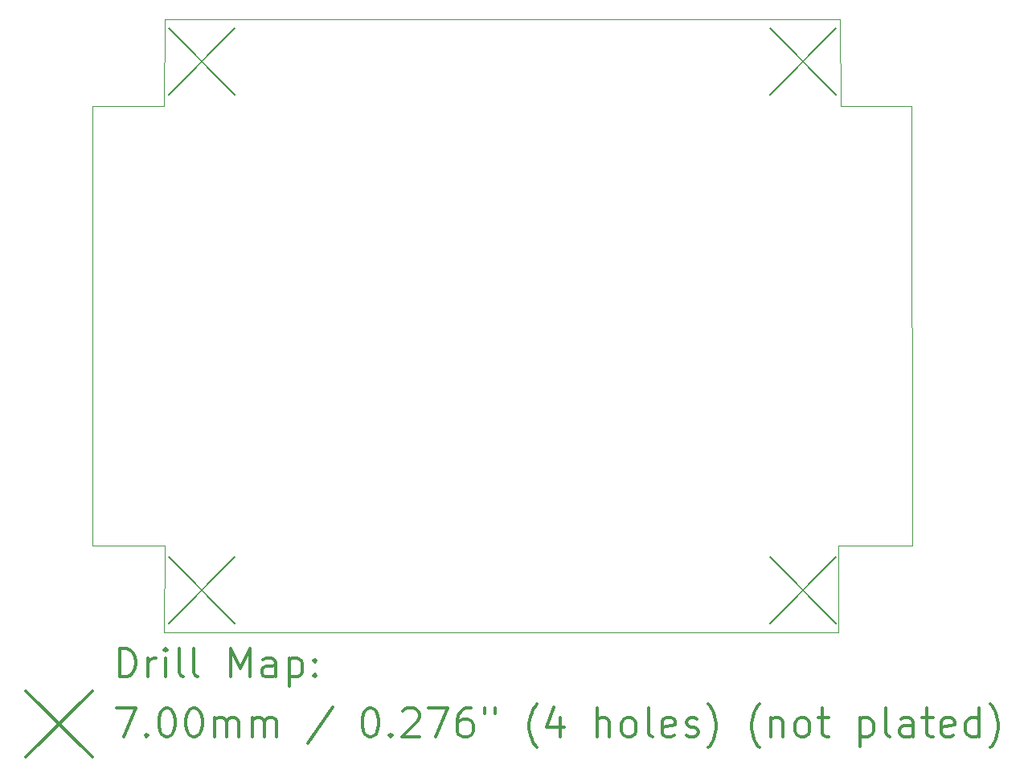
<source format=gbr>
%FSLAX45Y45*%
G04 Gerber Fmt 4.5, Leading zero omitted, Abs format (unit mm)*
G04 Created by KiCad (PCBNEW (5.1.6-0-10_14)) date 2022-07-24 21:16:39*
%MOMM*%
%LPD*%
G01*
G04 APERTURE LIST*
%TA.AperFunction,Profile*%
%ADD10C,0.100000*%
%TD*%
%ADD11C,0.200000*%
%ADD12C,0.300000*%
G04 APERTURE END LIST*
D10*
X12938570Y-13554000D02*
X12940000Y-12640000D01*
X12185000Y-12639922D02*
X12940000Y-12640000D01*
X20038310Y-12639000D02*
X20038310Y-13554000D01*
X20038310Y-12639000D02*
X20816300Y-12639000D01*
X12936540Y-8008620D02*
X12940000Y-7094000D01*
X20055520Y-7093780D02*
X20060000Y-8010000D01*
X20060000Y-8010000D02*
X20813510Y-8008078D01*
X12185000Y-8009000D02*
X12936540Y-8008620D01*
X12185000Y-12639922D02*
X12185000Y-8009000D01*
X20038310Y-13554000D02*
X12938570Y-13554000D01*
X12940000Y-7094000D02*
X20055520Y-7093780D01*
X20813510Y-8008078D02*
X20816300Y-12639000D01*
D11*
X12983414Y-12759944D02*
X13683414Y-13459944D01*
X13683414Y-12759944D02*
X12983414Y-13459944D01*
X19315464Y-7190324D02*
X20015464Y-7890324D01*
X20015464Y-7190324D02*
X19315464Y-7890324D01*
X19315464Y-12758944D02*
X20015464Y-13458944D01*
X20015464Y-12758944D02*
X19315464Y-13458944D01*
X12983414Y-7190324D02*
X13683414Y-7890324D01*
X13683414Y-7190324D02*
X12983414Y-7890324D01*
D12*
X12466428Y-14024714D02*
X12466428Y-13724714D01*
X12537857Y-13724714D01*
X12580714Y-13739000D01*
X12609286Y-13767571D01*
X12623571Y-13796143D01*
X12637857Y-13853286D01*
X12637857Y-13896143D01*
X12623571Y-13953286D01*
X12609286Y-13981857D01*
X12580714Y-14010429D01*
X12537857Y-14024714D01*
X12466428Y-14024714D01*
X12766428Y-14024714D02*
X12766428Y-13824714D01*
X12766428Y-13881857D02*
X12780714Y-13853286D01*
X12795000Y-13839000D01*
X12823571Y-13824714D01*
X12852143Y-13824714D01*
X12952143Y-14024714D02*
X12952143Y-13824714D01*
X12952143Y-13724714D02*
X12937857Y-13739000D01*
X12952143Y-13753286D01*
X12966428Y-13739000D01*
X12952143Y-13724714D01*
X12952143Y-13753286D01*
X13137857Y-14024714D02*
X13109286Y-14010429D01*
X13095000Y-13981857D01*
X13095000Y-13724714D01*
X13295000Y-14024714D02*
X13266428Y-14010429D01*
X13252143Y-13981857D01*
X13252143Y-13724714D01*
X13637857Y-14024714D02*
X13637857Y-13724714D01*
X13737857Y-13939000D01*
X13837857Y-13724714D01*
X13837857Y-14024714D01*
X14109286Y-14024714D02*
X14109286Y-13867571D01*
X14095000Y-13839000D01*
X14066428Y-13824714D01*
X14009286Y-13824714D01*
X13980714Y-13839000D01*
X14109286Y-14010429D02*
X14080714Y-14024714D01*
X14009286Y-14024714D01*
X13980714Y-14010429D01*
X13966428Y-13981857D01*
X13966428Y-13953286D01*
X13980714Y-13924714D01*
X14009286Y-13910429D01*
X14080714Y-13910429D01*
X14109286Y-13896143D01*
X14252143Y-13824714D02*
X14252143Y-14124714D01*
X14252143Y-13839000D02*
X14280714Y-13824714D01*
X14337857Y-13824714D01*
X14366428Y-13839000D01*
X14380714Y-13853286D01*
X14395000Y-13881857D01*
X14395000Y-13967571D01*
X14380714Y-13996143D01*
X14366428Y-14010429D01*
X14337857Y-14024714D01*
X14280714Y-14024714D01*
X14252143Y-14010429D01*
X14523571Y-13996143D02*
X14537857Y-14010429D01*
X14523571Y-14024714D01*
X14509286Y-14010429D01*
X14523571Y-13996143D01*
X14523571Y-14024714D01*
X14523571Y-13839000D02*
X14537857Y-13853286D01*
X14523571Y-13867571D01*
X14509286Y-13853286D01*
X14523571Y-13839000D01*
X14523571Y-13867571D01*
X11480000Y-14169000D02*
X12180000Y-14869000D01*
X12180000Y-14169000D02*
X11480000Y-14869000D01*
X12437857Y-14354714D02*
X12637857Y-14354714D01*
X12509286Y-14654714D01*
X12752143Y-14626143D02*
X12766428Y-14640429D01*
X12752143Y-14654714D01*
X12737857Y-14640429D01*
X12752143Y-14626143D01*
X12752143Y-14654714D01*
X12952143Y-14354714D02*
X12980714Y-14354714D01*
X13009286Y-14369000D01*
X13023571Y-14383286D01*
X13037857Y-14411857D01*
X13052143Y-14469000D01*
X13052143Y-14540429D01*
X13037857Y-14597571D01*
X13023571Y-14626143D01*
X13009286Y-14640429D01*
X12980714Y-14654714D01*
X12952143Y-14654714D01*
X12923571Y-14640429D01*
X12909286Y-14626143D01*
X12895000Y-14597571D01*
X12880714Y-14540429D01*
X12880714Y-14469000D01*
X12895000Y-14411857D01*
X12909286Y-14383286D01*
X12923571Y-14369000D01*
X12952143Y-14354714D01*
X13237857Y-14354714D02*
X13266428Y-14354714D01*
X13295000Y-14369000D01*
X13309286Y-14383286D01*
X13323571Y-14411857D01*
X13337857Y-14469000D01*
X13337857Y-14540429D01*
X13323571Y-14597571D01*
X13309286Y-14626143D01*
X13295000Y-14640429D01*
X13266428Y-14654714D01*
X13237857Y-14654714D01*
X13209286Y-14640429D01*
X13195000Y-14626143D01*
X13180714Y-14597571D01*
X13166428Y-14540429D01*
X13166428Y-14469000D01*
X13180714Y-14411857D01*
X13195000Y-14383286D01*
X13209286Y-14369000D01*
X13237857Y-14354714D01*
X13466428Y-14654714D02*
X13466428Y-14454714D01*
X13466428Y-14483286D02*
X13480714Y-14469000D01*
X13509286Y-14454714D01*
X13552143Y-14454714D01*
X13580714Y-14469000D01*
X13595000Y-14497571D01*
X13595000Y-14654714D01*
X13595000Y-14497571D02*
X13609286Y-14469000D01*
X13637857Y-14454714D01*
X13680714Y-14454714D01*
X13709286Y-14469000D01*
X13723571Y-14497571D01*
X13723571Y-14654714D01*
X13866428Y-14654714D02*
X13866428Y-14454714D01*
X13866428Y-14483286D02*
X13880714Y-14469000D01*
X13909286Y-14454714D01*
X13952143Y-14454714D01*
X13980714Y-14469000D01*
X13995000Y-14497571D01*
X13995000Y-14654714D01*
X13995000Y-14497571D02*
X14009286Y-14469000D01*
X14037857Y-14454714D01*
X14080714Y-14454714D01*
X14109286Y-14469000D01*
X14123571Y-14497571D01*
X14123571Y-14654714D01*
X14709286Y-14340429D02*
X14452143Y-14726143D01*
X15095000Y-14354714D02*
X15123571Y-14354714D01*
X15152143Y-14369000D01*
X15166428Y-14383286D01*
X15180714Y-14411857D01*
X15195000Y-14469000D01*
X15195000Y-14540429D01*
X15180714Y-14597571D01*
X15166428Y-14626143D01*
X15152143Y-14640429D01*
X15123571Y-14654714D01*
X15095000Y-14654714D01*
X15066428Y-14640429D01*
X15052143Y-14626143D01*
X15037857Y-14597571D01*
X15023571Y-14540429D01*
X15023571Y-14469000D01*
X15037857Y-14411857D01*
X15052143Y-14383286D01*
X15066428Y-14369000D01*
X15095000Y-14354714D01*
X15323571Y-14626143D02*
X15337857Y-14640429D01*
X15323571Y-14654714D01*
X15309286Y-14640429D01*
X15323571Y-14626143D01*
X15323571Y-14654714D01*
X15452143Y-14383286D02*
X15466428Y-14369000D01*
X15495000Y-14354714D01*
X15566428Y-14354714D01*
X15595000Y-14369000D01*
X15609286Y-14383286D01*
X15623571Y-14411857D01*
X15623571Y-14440429D01*
X15609286Y-14483286D01*
X15437857Y-14654714D01*
X15623571Y-14654714D01*
X15723571Y-14354714D02*
X15923571Y-14354714D01*
X15795000Y-14654714D01*
X16166428Y-14354714D02*
X16109286Y-14354714D01*
X16080714Y-14369000D01*
X16066428Y-14383286D01*
X16037857Y-14426143D01*
X16023571Y-14483286D01*
X16023571Y-14597571D01*
X16037857Y-14626143D01*
X16052143Y-14640429D01*
X16080714Y-14654714D01*
X16137857Y-14654714D01*
X16166428Y-14640429D01*
X16180714Y-14626143D01*
X16195000Y-14597571D01*
X16195000Y-14526143D01*
X16180714Y-14497571D01*
X16166428Y-14483286D01*
X16137857Y-14469000D01*
X16080714Y-14469000D01*
X16052143Y-14483286D01*
X16037857Y-14497571D01*
X16023571Y-14526143D01*
X16309286Y-14354714D02*
X16309286Y-14411857D01*
X16423571Y-14354714D02*
X16423571Y-14411857D01*
X16866428Y-14769000D02*
X16852143Y-14754714D01*
X16823571Y-14711857D01*
X16809286Y-14683286D01*
X16795000Y-14640429D01*
X16780714Y-14569000D01*
X16780714Y-14511857D01*
X16795000Y-14440429D01*
X16809286Y-14397571D01*
X16823571Y-14369000D01*
X16852143Y-14326143D01*
X16866428Y-14311857D01*
X17109286Y-14454714D02*
X17109286Y-14654714D01*
X17037857Y-14340429D02*
X16966428Y-14554714D01*
X17152143Y-14554714D01*
X17495000Y-14654714D02*
X17495000Y-14354714D01*
X17623571Y-14654714D02*
X17623571Y-14497571D01*
X17609286Y-14469000D01*
X17580714Y-14454714D01*
X17537857Y-14454714D01*
X17509286Y-14469000D01*
X17495000Y-14483286D01*
X17809286Y-14654714D02*
X17780714Y-14640429D01*
X17766428Y-14626143D01*
X17752143Y-14597571D01*
X17752143Y-14511857D01*
X17766428Y-14483286D01*
X17780714Y-14469000D01*
X17809286Y-14454714D01*
X17852143Y-14454714D01*
X17880714Y-14469000D01*
X17895000Y-14483286D01*
X17909286Y-14511857D01*
X17909286Y-14597571D01*
X17895000Y-14626143D01*
X17880714Y-14640429D01*
X17852143Y-14654714D01*
X17809286Y-14654714D01*
X18080714Y-14654714D02*
X18052143Y-14640429D01*
X18037857Y-14611857D01*
X18037857Y-14354714D01*
X18309286Y-14640429D02*
X18280714Y-14654714D01*
X18223571Y-14654714D01*
X18195000Y-14640429D01*
X18180714Y-14611857D01*
X18180714Y-14497571D01*
X18195000Y-14469000D01*
X18223571Y-14454714D01*
X18280714Y-14454714D01*
X18309286Y-14469000D01*
X18323571Y-14497571D01*
X18323571Y-14526143D01*
X18180714Y-14554714D01*
X18437857Y-14640429D02*
X18466428Y-14654714D01*
X18523571Y-14654714D01*
X18552143Y-14640429D01*
X18566428Y-14611857D01*
X18566428Y-14597571D01*
X18552143Y-14569000D01*
X18523571Y-14554714D01*
X18480714Y-14554714D01*
X18452143Y-14540429D01*
X18437857Y-14511857D01*
X18437857Y-14497571D01*
X18452143Y-14469000D01*
X18480714Y-14454714D01*
X18523571Y-14454714D01*
X18552143Y-14469000D01*
X18666428Y-14769000D02*
X18680714Y-14754714D01*
X18709286Y-14711857D01*
X18723571Y-14683286D01*
X18737857Y-14640429D01*
X18752143Y-14569000D01*
X18752143Y-14511857D01*
X18737857Y-14440429D01*
X18723571Y-14397571D01*
X18709286Y-14369000D01*
X18680714Y-14326143D01*
X18666428Y-14311857D01*
X19209286Y-14769000D02*
X19195000Y-14754714D01*
X19166428Y-14711857D01*
X19152143Y-14683286D01*
X19137857Y-14640429D01*
X19123571Y-14569000D01*
X19123571Y-14511857D01*
X19137857Y-14440429D01*
X19152143Y-14397571D01*
X19166428Y-14369000D01*
X19195000Y-14326143D01*
X19209286Y-14311857D01*
X19323571Y-14454714D02*
X19323571Y-14654714D01*
X19323571Y-14483286D02*
X19337857Y-14469000D01*
X19366428Y-14454714D01*
X19409286Y-14454714D01*
X19437857Y-14469000D01*
X19452143Y-14497571D01*
X19452143Y-14654714D01*
X19637857Y-14654714D02*
X19609286Y-14640429D01*
X19595000Y-14626143D01*
X19580714Y-14597571D01*
X19580714Y-14511857D01*
X19595000Y-14483286D01*
X19609286Y-14469000D01*
X19637857Y-14454714D01*
X19680714Y-14454714D01*
X19709286Y-14469000D01*
X19723571Y-14483286D01*
X19737857Y-14511857D01*
X19737857Y-14597571D01*
X19723571Y-14626143D01*
X19709286Y-14640429D01*
X19680714Y-14654714D01*
X19637857Y-14654714D01*
X19823571Y-14454714D02*
X19937857Y-14454714D01*
X19866428Y-14354714D02*
X19866428Y-14611857D01*
X19880714Y-14640429D01*
X19909286Y-14654714D01*
X19937857Y-14654714D01*
X20266428Y-14454714D02*
X20266428Y-14754714D01*
X20266428Y-14469000D02*
X20295000Y-14454714D01*
X20352143Y-14454714D01*
X20380714Y-14469000D01*
X20395000Y-14483286D01*
X20409286Y-14511857D01*
X20409286Y-14597571D01*
X20395000Y-14626143D01*
X20380714Y-14640429D01*
X20352143Y-14654714D01*
X20295000Y-14654714D01*
X20266428Y-14640429D01*
X20580714Y-14654714D02*
X20552143Y-14640429D01*
X20537857Y-14611857D01*
X20537857Y-14354714D01*
X20823571Y-14654714D02*
X20823571Y-14497571D01*
X20809286Y-14469000D01*
X20780714Y-14454714D01*
X20723571Y-14454714D01*
X20695000Y-14469000D01*
X20823571Y-14640429D02*
X20795000Y-14654714D01*
X20723571Y-14654714D01*
X20695000Y-14640429D01*
X20680714Y-14611857D01*
X20680714Y-14583286D01*
X20695000Y-14554714D01*
X20723571Y-14540429D01*
X20795000Y-14540429D01*
X20823571Y-14526143D01*
X20923571Y-14454714D02*
X21037857Y-14454714D01*
X20966428Y-14354714D02*
X20966428Y-14611857D01*
X20980714Y-14640429D01*
X21009286Y-14654714D01*
X21037857Y-14654714D01*
X21252143Y-14640429D02*
X21223571Y-14654714D01*
X21166428Y-14654714D01*
X21137857Y-14640429D01*
X21123571Y-14611857D01*
X21123571Y-14497571D01*
X21137857Y-14469000D01*
X21166428Y-14454714D01*
X21223571Y-14454714D01*
X21252143Y-14469000D01*
X21266428Y-14497571D01*
X21266428Y-14526143D01*
X21123571Y-14554714D01*
X21523571Y-14654714D02*
X21523571Y-14354714D01*
X21523571Y-14640429D02*
X21495000Y-14654714D01*
X21437857Y-14654714D01*
X21409286Y-14640429D01*
X21395000Y-14626143D01*
X21380714Y-14597571D01*
X21380714Y-14511857D01*
X21395000Y-14483286D01*
X21409286Y-14469000D01*
X21437857Y-14454714D01*
X21495000Y-14454714D01*
X21523571Y-14469000D01*
X21637857Y-14769000D02*
X21652143Y-14754714D01*
X21680714Y-14711857D01*
X21695000Y-14683286D01*
X21709286Y-14640429D01*
X21723571Y-14569000D01*
X21723571Y-14511857D01*
X21709286Y-14440429D01*
X21695000Y-14397571D01*
X21680714Y-14369000D01*
X21652143Y-14326143D01*
X21637857Y-14311857D01*
M02*

</source>
